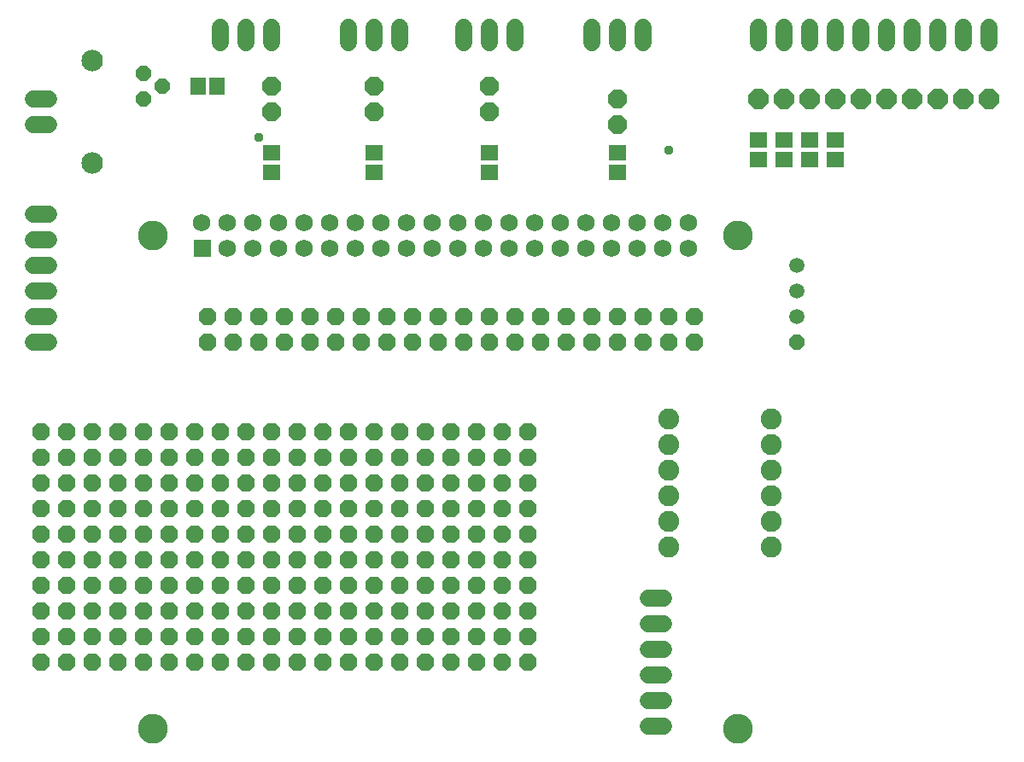
<source format=gts>
G75*
%MOIN*%
%OFA0B0*%
%FSLAX25Y25*%
%IPPOS*%
%LPD*%
%AMOC8*
5,1,8,0,0,1.08239X$1,22.5*
%
%ADD10OC8,0.07800*%
%ADD11C,0.08200*%
%ADD12C,0.06800*%
%ADD13C,0.08400*%
%ADD14OC8,0.07400*%
%ADD15C,0.11627*%
%ADD16R,0.06800X0.06800*%
%ADD17C,0.06800*%
%ADD18R,0.07099X0.05918*%
%ADD19R,0.05918X0.07099*%
%ADD20OC8,0.06000*%
%ADD21OC8,0.05950*%
%ADD22C,0.05950*%
%ADD23OC8,0.06800*%
%ADD24C,0.03778*%
D10*
X0296000Y0271093D03*
X0306000Y0271093D03*
X0316000Y0271093D03*
X0326000Y0271093D03*
X0336000Y0271093D03*
X0346000Y0271093D03*
X0356000Y0271093D03*
X0366000Y0271093D03*
X0376000Y0271093D03*
X0386000Y0271093D03*
D11*
X0301000Y0146093D03*
X0301000Y0136093D03*
X0301000Y0126093D03*
X0301000Y0116093D03*
X0301000Y0106093D03*
X0301000Y0096093D03*
X0261000Y0096093D03*
X0261000Y0106093D03*
X0261000Y0116093D03*
X0261000Y0126093D03*
X0261000Y0136093D03*
X0261000Y0146093D03*
D12*
X0259000Y0076093D02*
X0253000Y0076093D01*
X0253000Y0066093D02*
X0259000Y0066093D01*
X0259000Y0056093D02*
X0253000Y0056093D01*
X0253000Y0046093D02*
X0259000Y0046093D01*
X0259000Y0036093D02*
X0253000Y0036093D01*
X0253000Y0026093D02*
X0259000Y0026093D01*
X0019000Y0176093D02*
X0013000Y0176093D01*
X0013000Y0186093D02*
X0019000Y0186093D01*
X0019000Y0196093D02*
X0013000Y0196093D01*
X0013000Y0206093D02*
X0019000Y0206093D01*
X0019000Y0216093D02*
X0013000Y0216093D01*
X0013000Y0226093D02*
X0019000Y0226093D01*
X0019000Y0261093D02*
X0013000Y0261093D01*
X0013000Y0271093D02*
X0019000Y0271093D01*
X0086000Y0293093D02*
X0086000Y0299093D01*
X0096000Y0299093D02*
X0096000Y0293093D01*
X0106000Y0293093D02*
X0106000Y0299093D01*
X0136000Y0299093D02*
X0136000Y0293093D01*
X0146000Y0293093D02*
X0146000Y0299093D01*
X0156000Y0299093D02*
X0156000Y0293093D01*
X0181000Y0293093D02*
X0181000Y0299093D01*
X0191000Y0299093D02*
X0191000Y0293093D01*
X0201000Y0293093D02*
X0201000Y0299093D01*
X0231000Y0299093D02*
X0231000Y0293093D01*
X0241000Y0293093D02*
X0241000Y0299093D01*
X0251000Y0299093D02*
X0251000Y0293093D01*
X0296000Y0293093D02*
X0296000Y0299093D01*
X0306000Y0299093D02*
X0306000Y0293093D01*
X0316000Y0293093D02*
X0316000Y0299093D01*
X0326000Y0299093D02*
X0326000Y0293093D01*
X0336000Y0293093D02*
X0336000Y0299093D01*
X0346000Y0299093D02*
X0346000Y0293093D01*
X0356000Y0293093D02*
X0356000Y0299093D01*
X0366000Y0299093D02*
X0366000Y0293093D01*
X0376000Y0293093D02*
X0376000Y0299093D01*
X0386000Y0299093D02*
X0386000Y0293093D01*
D13*
X0036000Y0286093D03*
X0036000Y0246093D03*
D14*
X0106000Y0266093D03*
X0106000Y0276093D03*
X0146000Y0276093D03*
X0146000Y0266093D03*
X0191000Y0266093D03*
X0191000Y0276093D03*
X0241000Y0271093D03*
X0241000Y0261093D03*
D15*
X0059780Y0024872D03*
X0288126Y0024872D03*
X0288126Y0217785D03*
X0059780Y0217785D03*
D16*
X0078953Y0212785D03*
D17*
X0088900Y0212793D03*
X0098900Y0212793D03*
X0098900Y0222793D03*
X0088900Y0222793D03*
X0078900Y0222793D03*
X0108900Y0222793D03*
X0118900Y0222793D03*
X0128900Y0222793D03*
X0138900Y0222793D03*
X0148900Y0222793D03*
X0158900Y0222793D03*
X0168900Y0222793D03*
X0178900Y0222793D03*
X0188900Y0222793D03*
X0198900Y0222793D03*
X0208900Y0222793D03*
X0218900Y0222793D03*
X0228900Y0222793D03*
X0238900Y0222793D03*
X0248900Y0222793D03*
X0258900Y0222793D03*
X0268900Y0222793D03*
X0268900Y0212793D03*
X0258900Y0212793D03*
X0248900Y0212793D03*
X0238900Y0212793D03*
X0228900Y0212793D03*
X0218900Y0212793D03*
X0208900Y0212793D03*
X0198900Y0212793D03*
X0188900Y0212793D03*
X0178900Y0212793D03*
X0168900Y0212793D03*
X0158900Y0212793D03*
X0148900Y0212793D03*
X0138900Y0212793D03*
X0128900Y0212793D03*
X0118900Y0212793D03*
X0108900Y0212793D03*
D18*
X0106000Y0242352D03*
X0106000Y0249833D03*
X0146000Y0249833D03*
X0146000Y0242352D03*
X0191000Y0242352D03*
X0191000Y0249833D03*
X0241000Y0249833D03*
X0241000Y0242352D03*
X0296000Y0247352D03*
X0296000Y0254833D03*
X0306000Y0254833D03*
X0306000Y0247352D03*
X0316000Y0247352D03*
X0316000Y0254833D03*
X0326000Y0254833D03*
X0326000Y0247352D03*
D19*
X0084740Y0276093D03*
X0077260Y0276093D03*
D20*
X0063500Y0276093D03*
X0056000Y0281093D03*
X0056000Y0271093D03*
D21*
X0311000Y0176093D03*
D22*
X0311000Y0186093D03*
X0311000Y0196093D03*
X0311000Y0206093D03*
D23*
X0271000Y0186093D03*
X0261000Y0186093D03*
X0251000Y0186093D03*
X0241000Y0186093D03*
X0231000Y0186093D03*
X0221000Y0186093D03*
X0211000Y0186093D03*
X0201000Y0186093D03*
X0191000Y0186093D03*
X0181000Y0186093D03*
X0171000Y0186093D03*
X0161000Y0186093D03*
X0151000Y0186093D03*
X0141000Y0186093D03*
X0131000Y0186093D03*
X0121000Y0186093D03*
X0111000Y0186093D03*
X0101000Y0186093D03*
X0091000Y0186093D03*
X0081000Y0186093D03*
X0081000Y0176093D03*
X0091000Y0176093D03*
X0101000Y0176093D03*
X0111000Y0176093D03*
X0121000Y0176093D03*
X0131000Y0176093D03*
X0141000Y0176093D03*
X0151000Y0176093D03*
X0161000Y0176093D03*
X0171000Y0176093D03*
X0181000Y0176093D03*
X0191000Y0176093D03*
X0201000Y0176093D03*
X0211000Y0176093D03*
X0221000Y0176093D03*
X0231000Y0176093D03*
X0241000Y0176093D03*
X0251000Y0176093D03*
X0261000Y0176093D03*
X0271000Y0176093D03*
X0206000Y0141093D03*
X0196000Y0141093D03*
X0186000Y0141093D03*
X0176000Y0141093D03*
X0166000Y0141093D03*
X0156000Y0141093D03*
X0146000Y0141093D03*
X0136000Y0141093D03*
X0126000Y0141093D03*
X0116000Y0141093D03*
X0106000Y0141093D03*
X0096000Y0141093D03*
X0086000Y0141093D03*
X0076000Y0141093D03*
X0066000Y0141093D03*
X0056000Y0141093D03*
X0046000Y0141093D03*
X0036000Y0141093D03*
X0026000Y0141093D03*
X0016000Y0141093D03*
X0016000Y0131093D03*
X0026000Y0131093D03*
X0036000Y0131093D03*
X0046000Y0131093D03*
X0056000Y0131093D03*
X0066000Y0131093D03*
X0076000Y0131093D03*
X0086000Y0131093D03*
X0096000Y0131093D03*
X0106000Y0131093D03*
X0116000Y0131093D03*
X0126000Y0131093D03*
X0136000Y0131093D03*
X0146000Y0131093D03*
X0156000Y0131093D03*
X0166000Y0131093D03*
X0176000Y0131093D03*
X0186000Y0131093D03*
X0196000Y0131093D03*
X0206000Y0131093D03*
X0206000Y0121093D03*
X0196000Y0121093D03*
X0186000Y0121093D03*
X0176000Y0121093D03*
X0166000Y0121093D03*
X0156000Y0121093D03*
X0146000Y0121093D03*
X0136000Y0121093D03*
X0126000Y0121093D03*
X0116000Y0121093D03*
X0106000Y0121093D03*
X0096000Y0121093D03*
X0086000Y0121093D03*
X0076000Y0121093D03*
X0066000Y0121093D03*
X0056000Y0121093D03*
X0046000Y0121093D03*
X0036000Y0121093D03*
X0026000Y0121093D03*
X0016000Y0121093D03*
X0016000Y0111093D03*
X0026000Y0111093D03*
X0036000Y0111093D03*
X0046000Y0111093D03*
X0056000Y0111093D03*
X0066000Y0111093D03*
X0076000Y0111093D03*
X0086000Y0111093D03*
X0096000Y0111093D03*
X0106000Y0111093D03*
X0116000Y0111093D03*
X0126000Y0111093D03*
X0136000Y0111093D03*
X0146000Y0111093D03*
X0156000Y0111093D03*
X0166000Y0111093D03*
X0176000Y0111093D03*
X0186000Y0111093D03*
X0196000Y0111093D03*
X0206000Y0111093D03*
X0206000Y0101093D03*
X0196000Y0101093D03*
X0186000Y0101093D03*
X0176000Y0101093D03*
X0166000Y0101093D03*
X0156000Y0101093D03*
X0146000Y0101093D03*
X0136000Y0101093D03*
X0126000Y0101093D03*
X0116000Y0101093D03*
X0106000Y0101093D03*
X0096000Y0101093D03*
X0086000Y0101093D03*
X0076000Y0101093D03*
X0066000Y0101093D03*
X0056000Y0101093D03*
X0046000Y0101093D03*
X0036000Y0101093D03*
X0026000Y0101093D03*
X0016000Y0101093D03*
X0016000Y0091093D03*
X0026000Y0091093D03*
X0036000Y0091093D03*
X0046000Y0091093D03*
X0056000Y0091093D03*
X0066000Y0091093D03*
X0076000Y0091093D03*
X0086000Y0091093D03*
X0096000Y0091093D03*
X0106000Y0091093D03*
X0116000Y0091093D03*
X0126000Y0091093D03*
X0136000Y0091093D03*
X0146000Y0091093D03*
X0156000Y0091093D03*
X0166000Y0091093D03*
X0176000Y0091093D03*
X0186000Y0091093D03*
X0196000Y0091093D03*
X0206000Y0091093D03*
X0206000Y0081093D03*
X0196000Y0081093D03*
X0186000Y0081093D03*
X0176000Y0081093D03*
X0166000Y0081093D03*
X0156000Y0081093D03*
X0146000Y0081093D03*
X0136000Y0081093D03*
X0126000Y0081093D03*
X0116000Y0081093D03*
X0106000Y0081093D03*
X0096000Y0081093D03*
X0086000Y0081093D03*
X0076000Y0081093D03*
X0066000Y0081093D03*
X0056000Y0081093D03*
X0046000Y0081093D03*
X0036000Y0081093D03*
X0026000Y0081093D03*
X0016000Y0081093D03*
X0016000Y0071093D03*
X0026000Y0071093D03*
X0036000Y0071093D03*
X0046000Y0071093D03*
X0056000Y0071093D03*
X0066000Y0071093D03*
X0076000Y0071093D03*
X0086000Y0071093D03*
X0096000Y0071093D03*
X0106000Y0071093D03*
X0116000Y0071093D03*
X0126000Y0071093D03*
X0136000Y0071093D03*
X0146000Y0071093D03*
X0156000Y0071093D03*
X0166000Y0071093D03*
X0176000Y0071093D03*
X0186000Y0071093D03*
X0196000Y0071093D03*
X0206000Y0071093D03*
X0206000Y0061093D03*
X0196000Y0061093D03*
X0186000Y0061093D03*
X0176000Y0061093D03*
X0166000Y0061093D03*
X0156000Y0061093D03*
X0146000Y0061093D03*
X0136000Y0061093D03*
X0126000Y0061093D03*
X0116000Y0061093D03*
X0106000Y0061093D03*
X0096000Y0061093D03*
X0086000Y0061093D03*
X0076000Y0061093D03*
X0066000Y0061093D03*
X0056000Y0061093D03*
X0046000Y0061093D03*
X0036000Y0061093D03*
X0026000Y0061093D03*
X0016000Y0061093D03*
X0016000Y0051093D03*
X0026000Y0051093D03*
X0036000Y0051093D03*
X0046000Y0051093D03*
X0056000Y0051093D03*
X0066000Y0051093D03*
X0076000Y0051093D03*
X0086000Y0051093D03*
X0096000Y0051093D03*
X0106000Y0051093D03*
X0116000Y0051093D03*
X0126000Y0051093D03*
X0136000Y0051093D03*
X0146000Y0051093D03*
X0156000Y0051093D03*
X0166000Y0051093D03*
X0176000Y0051093D03*
X0186000Y0051093D03*
X0196000Y0051093D03*
X0206000Y0051093D03*
D24*
X0261000Y0251093D03*
X0101000Y0256093D03*
M02*

</source>
